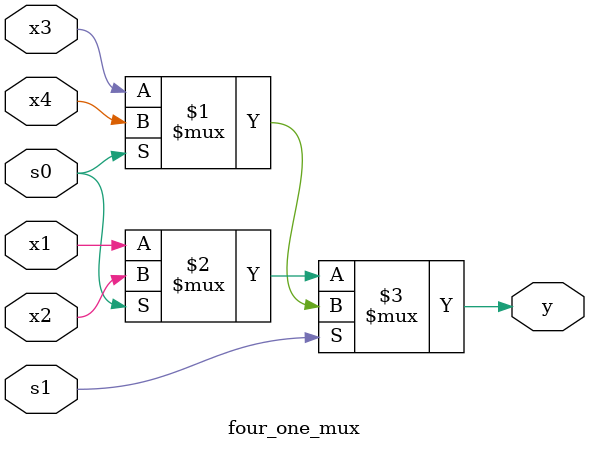
<source format=v>
`timescale 1ns / 1ps


module four_one_mux(
    input x1,x2,x3,x4,s0,s1,
    output y
    );
    assign y = s1 ? (s0 ? x4 : x3) : (s0 ? x2 : x1);
endmodule

</source>
